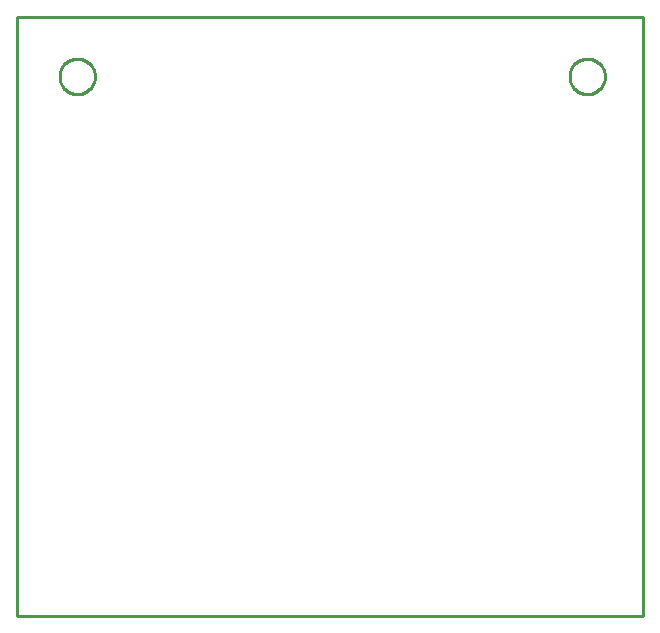
<source format=gko>
G04 EAGLE Gerber RS-274X export*
G75*
%MOMM*%
%FSLAX34Y34*%
%LPD*%
%IN*%
%IPPOS*%
%AMOC8*
5,1,8,0,0,1.08239X$1,22.5*%
G01*
%ADD10C,0.254000*%


D10*
X101600Y0D02*
X631700Y0D01*
X631700Y507900D01*
X101600Y507900D01*
X101600Y0D01*
X167400Y456664D02*
X167324Y455596D01*
X167171Y454535D01*
X166943Y453488D01*
X166641Y452460D01*
X166267Y451456D01*
X165822Y450481D01*
X165308Y449541D01*
X164729Y448640D01*
X164087Y447782D01*
X163385Y446972D01*
X162628Y446215D01*
X161818Y445513D01*
X160960Y444871D01*
X160059Y444292D01*
X159119Y443778D01*
X158144Y443333D01*
X157140Y442959D01*
X156112Y442657D01*
X155065Y442429D01*
X154004Y442276D01*
X152936Y442200D01*
X151864Y442200D01*
X150796Y442276D01*
X149735Y442429D01*
X148688Y442657D01*
X147660Y442959D01*
X146656Y443333D01*
X145681Y443778D01*
X144741Y444292D01*
X143840Y444871D01*
X142982Y445513D01*
X142172Y446215D01*
X141415Y446972D01*
X140713Y447782D01*
X140071Y448640D01*
X139492Y449541D01*
X138978Y450481D01*
X138533Y451456D01*
X138159Y452460D01*
X137857Y453488D01*
X137629Y454535D01*
X137476Y455596D01*
X137400Y456664D01*
X137400Y457736D01*
X137476Y458804D01*
X137629Y459865D01*
X137857Y460912D01*
X138159Y461940D01*
X138533Y462944D01*
X138978Y463919D01*
X139492Y464859D01*
X140071Y465760D01*
X140713Y466618D01*
X141415Y467428D01*
X142172Y468185D01*
X142982Y468887D01*
X143840Y469529D01*
X144741Y470108D01*
X145681Y470622D01*
X146656Y471067D01*
X147660Y471441D01*
X148688Y471743D01*
X149735Y471971D01*
X150796Y472124D01*
X151864Y472200D01*
X152936Y472200D01*
X154004Y472124D01*
X155065Y471971D01*
X156112Y471743D01*
X157140Y471441D01*
X158144Y471067D01*
X159119Y470622D01*
X160059Y470108D01*
X160960Y469529D01*
X161818Y468887D01*
X162628Y468185D01*
X163385Y467428D01*
X164087Y466618D01*
X164729Y465760D01*
X165308Y464859D01*
X165822Y463919D01*
X166267Y462944D01*
X166641Y461940D01*
X166943Y460912D01*
X167171Y459865D01*
X167324Y458804D01*
X167400Y457736D01*
X167400Y456664D01*
X599200Y456664D02*
X599124Y455596D01*
X598971Y454535D01*
X598743Y453488D01*
X598441Y452460D01*
X598067Y451456D01*
X597622Y450481D01*
X597108Y449541D01*
X596529Y448640D01*
X595887Y447782D01*
X595185Y446972D01*
X594428Y446215D01*
X593618Y445513D01*
X592760Y444871D01*
X591859Y444292D01*
X590919Y443778D01*
X589944Y443333D01*
X588940Y442959D01*
X587912Y442657D01*
X586865Y442429D01*
X585804Y442276D01*
X584736Y442200D01*
X583664Y442200D01*
X582596Y442276D01*
X581535Y442429D01*
X580488Y442657D01*
X579460Y442959D01*
X578456Y443333D01*
X577481Y443778D01*
X576541Y444292D01*
X575640Y444871D01*
X574782Y445513D01*
X573972Y446215D01*
X573215Y446972D01*
X572513Y447782D01*
X571871Y448640D01*
X571292Y449541D01*
X570778Y450481D01*
X570333Y451456D01*
X569959Y452460D01*
X569657Y453488D01*
X569429Y454535D01*
X569276Y455596D01*
X569200Y456664D01*
X569200Y457736D01*
X569276Y458804D01*
X569429Y459865D01*
X569657Y460912D01*
X569959Y461940D01*
X570333Y462944D01*
X570778Y463919D01*
X571292Y464859D01*
X571871Y465760D01*
X572513Y466618D01*
X573215Y467428D01*
X573972Y468185D01*
X574782Y468887D01*
X575640Y469529D01*
X576541Y470108D01*
X577481Y470622D01*
X578456Y471067D01*
X579460Y471441D01*
X580488Y471743D01*
X581535Y471971D01*
X582596Y472124D01*
X583664Y472200D01*
X584736Y472200D01*
X585804Y472124D01*
X586865Y471971D01*
X587912Y471743D01*
X588940Y471441D01*
X589944Y471067D01*
X590919Y470622D01*
X591859Y470108D01*
X592760Y469529D01*
X593618Y468887D01*
X594428Y468185D01*
X595185Y467428D01*
X595887Y466618D01*
X596529Y465760D01*
X597108Y464859D01*
X597622Y463919D01*
X598067Y462944D01*
X598441Y461940D01*
X598743Y460912D01*
X598971Y459865D01*
X599124Y458804D01*
X599200Y457736D01*
X599200Y456664D01*
M02*

</source>
